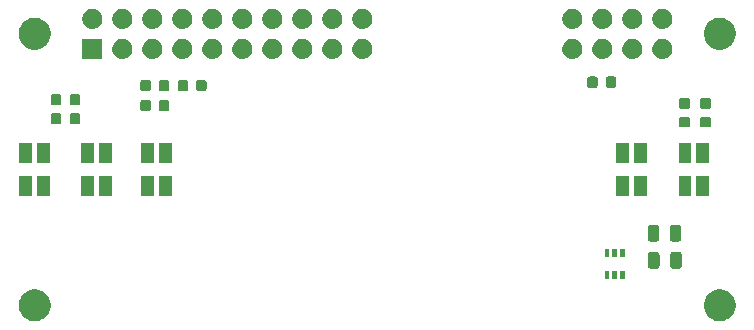
<source format=gts>
G04 #@! TF.GenerationSoftware,KiCad,Pcbnew,(5.1.0)-1*
G04 #@! TF.CreationDate,2019-03-23T08:53:22+11:00*
G04 #@! TF.ProjectId,VeinCamHatZero,5665696e-4361-46d4-9861-745a65726f2e,rev?*
G04 #@! TF.SameCoordinates,Original*
G04 #@! TF.FileFunction,Soldermask,Top*
G04 #@! TF.FilePolarity,Negative*
%FSLAX46Y46*%
G04 Gerber Fmt 4.6, Leading zero omitted, Abs format (unit mm)*
G04 Created by KiCad (PCBNEW (5.1.0)-1) date 2019-03-23 08:53:22*
%MOMM*%
%LPD*%
G04 APERTURE LIST*
%ADD10C,0.150000*%
G04 APERTURE END LIST*
D10*
G36*
X266893779Y-90201879D02*
G01*
X267139463Y-90303645D01*
X267139465Y-90303646D01*
X267360575Y-90451387D01*
X267548613Y-90639425D01*
X267548614Y-90639427D01*
X267696355Y-90860537D01*
X267798121Y-91106221D01*
X267850000Y-91367035D01*
X267850000Y-91632965D01*
X267798121Y-91893779D01*
X267696355Y-92139463D01*
X267696354Y-92139465D01*
X267548613Y-92360575D01*
X267360575Y-92548613D01*
X267139465Y-92696354D01*
X267139464Y-92696355D01*
X267139463Y-92696355D01*
X266893779Y-92798121D01*
X266632965Y-92850000D01*
X266367035Y-92850000D01*
X266106221Y-92798121D01*
X265860537Y-92696355D01*
X265860536Y-92696355D01*
X265860535Y-92696354D01*
X265639425Y-92548613D01*
X265451387Y-92360575D01*
X265303646Y-92139465D01*
X265303645Y-92139463D01*
X265201879Y-91893779D01*
X265150000Y-91632965D01*
X265150000Y-91367035D01*
X265201879Y-91106221D01*
X265303645Y-90860537D01*
X265451386Y-90639427D01*
X265451387Y-90639425D01*
X265639425Y-90451387D01*
X265860535Y-90303646D01*
X265860537Y-90303645D01*
X266106221Y-90201879D01*
X266367035Y-90150000D01*
X266632965Y-90150000D01*
X266893779Y-90201879D01*
X266893779Y-90201879D01*
G37*
G36*
X208893779Y-90201879D02*
G01*
X209139463Y-90303645D01*
X209139465Y-90303646D01*
X209360575Y-90451387D01*
X209548613Y-90639425D01*
X209548614Y-90639427D01*
X209696355Y-90860537D01*
X209798121Y-91106221D01*
X209850000Y-91367035D01*
X209850000Y-91632965D01*
X209798121Y-91893779D01*
X209696355Y-92139463D01*
X209696354Y-92139465D01*
X209548613Y-92360575D01*
X209360575Y-92548613D01*
X209139465Y-92696354D01*
X209139464Y-92696355D01*
X209139463Y-92696355D01*
X208893779Y-92798121D01*
X208632965Y-92850000D01*
X208367035Y-92850000D01*
X208106221Y-92798121D01*
X207860537Y-92696355D01*
X207860536Y-92696355D01*
X207860535Y-92696354D01*
X207639425Y-92548613D01*
X207451387Y-92360575D01*
X207303646Y-92139465D01*
X207303645Y-92139463D01*
X207201879Y-91893779D01*
X207150000Y-91632965D01*
X207150000Y-91367035D01*
X207201879Y-91106221D01*
X207303645Y-90860537D01*
X207451386Y-90639427D01*
X207451387Y-90639425D01*
X207639425Y-90451387D01*
X207860535Y-90303646D01*
X207860537Y-90303645D01*
X208106221Y-90201879D01*
X208367035Y-90150000D01*
X208632965Y-90150000D01*
X208893779Y-90201879D01*
X208893779Y-90201879D01*
G37*
G36*
X257800000Y-89275000D02*
G01*
X257400000Y-89275000D01*
X257400000Y-88625000D01*
X257800000Y-88625000D01*
X257800000Y-89275000D01*
X257800000Y-89275000D01*
G37*
G36*
X257150000Y-89275000D02*
G01*
X256750000Y-89275000D01*
X256750000Y-88625000D01*
X257150000Y-88625000D01*
X257150000Y-89275000D01*
X257150000Y-89275000D01*
G37*
G36*
X258450000Y-89275000D02*
G01*
X258050000Y-89275000D01*
X258050000Y-88625000D01*
X258450000Y-88625000D01*
X258450000Y-89275000D01*
X258450000Y-89275000D01*
G37*
G36*
X261218880Y-86994441D02*
G01*
X261259871Y-87006875D01*
X261297646Y-87027066D01*
X261330759Y-87054243D01*
X261357936Y-87087356D01*
X261378127Y-87125131D01*
X261390561Y-87166122D01*
X261395001Y-87211205D01*
X261395001Y-88168797D01*
X261390561Y-88213880D01*
X261378127Y-88254871D01*
X261357936Y-88292646D01*
X261330759Y-88325759D01*
X261297646Y-88352936D01*
X261259871Y-88373127D01*
X261218880Y-88385561D01*
X261173797Y-88390001D01*
X260641205Y-88390001D01*
X260596122Y-88385561D01*
X260555131Y-88373127D01*
X260517356Y-88352936D01*
X260484243Y-88325759D01*
X260457066Y-88292646D01*
X260436875Y-88254871D01*
X260424441Y-88213880D01*
X260420001Y-88168797D01*
X260420001Y-87211205D01*
X260424441Y-87166122D01*
X260436875Y-87125131D01*
X260457066Y-87087356D01*
X260484243Y-87054243D01*
X260517356Y-87027066D01*
X260555131Y-87006875D01*
X260596122Y-86994441D01*
X260641205Y-86990001D01*
X261173797Y-86990001D01*
X261218880Y-86994441D01*
X261218880Y-86994441D01*
G37*
G36*
X263093880Y-86994441D02*
G01*
X263134871Y-87006875D01*
X263172646Y-87027066D01*
X263205759Y-87054243D01*
X263232936Y-87087356D01*
X263253127Y-87125131D01*
X263265561Y-87166122D01*
X263270001Y-87211205D01*
X263270001Y-88168797D01*
X263265561Y-88213880D01*
X263253127Y-88254871D01*
X263232936Y-88292646D01*
X263205759Y-88325759D01*
X263172646Y-88352936D01*
X263134871Y-88373127D01*
X263093880Y-88385561D01*
X263048797Y-88390001D01*
X262516205Y-88390001D01*
X262471122Y-88385561D01*
X262430131Y-88373127D01*
X262392356Y-88352936D01*
X262359243Y-88325759D01*
X262332066Y-88292646D01*
X262311875Y-88254871D01*
X262299441Y-88213880D01*
X262295001Y-88168797D01*
X262295001Y-87211205D01*
X262299441Y-87166122D01*
X262311875Y-87125131D01*
X262332066Y-87087356D01*
X262359243Y-87054243D01*
X262392356Y-87027066D01*
X262430131Y-87006875D01*
X262471122Y-86994441D01*
X262516205Y-86990001D01*
X263048797Y-86990001D01*
X263093880Y-86994441D01*
X263093880Y-86994441D01*
G37*
G36*
X258450000Y-87375000D02*
G01*
X258050000Y-87375000D01*
X258050000Y-86725000D01*
X258450000Y-86725000D01*
X258450000Y-87375000D01*
X258450000Y-87375000D01*
G37*
G36*
X257800000Y-87375000D02*
G01*
X257400000Y-87375000D01*
X257400000Y-86725000D01*
X257800000Y-86725000D01*
X257800000Y-87375000D01*
X257800000Y-87375000D01*
G37*
G36*
X257150000Y-87375000D02*
G01*
X256750000Y-87375000D01*
X256750000Y-86725000D01*
X257150000Y-86725000D01*
X257150000Y-87375000D01*
X257150000Y-87375000D01*
G37*
G36*
X261173879Y-84704440D02*
G01*
X261214870Y-84716874D01*
X261252645Y-84737065D01*
X261285758Y-84764242D01*
X261312935Y-84797355D01*
X261333126Y-84835130D01*
X261345560Y-84876121D01*
X261350000Y-84921204D01*
X261350000Y-85878796D01*
X261345560Y-85923879D01*
X261333126Y-85964870D01*
X261312935Y-86002645D01*
X261285758Y-86035758D01*
X261252645Y-86062935D01*
X261214870Y-86083126D01*
X261173879Y-86095560D01*
X261128796Y-86100000D01*
X260596204Y-86100000D01*
X260551121Y-86095560D01*
X260510130Y-86083126D01*
X260472355Y-86062935D01*
X260439242Y-86035758D01*
X260412065Y-86002645D01*
X260391874Y-85964870D01*
X260379440Y-85923879D01*
X260375000Y-85878796D01*
X260375000Y-84921204D01*
X260379440Y-84876121D01*
X260391874Y-84835130D01*
X260412065Y-84797355D01*
X260439242Y-84764242D01*
X260472355Y-84737065D01*
X260510130Y-84716874D01*
X260551121Y-84704440D01*
X260596204Y-84700000D01*
X261128796Y-84700000D01*
X261173879Y-84704440D01*
X261173879Y-84704440D01*
G37*
G36*
X263048879Y-84704440D02*
G01*
X263089870Y-84716874D01*
X263127645Y-84737065D01*
X263160758Y-84764242D01*
X263187935Y-84797355D01*
X263208126Y-84835130D01*
X263220560Y-84876121D01*
X263225000Y-84921204D01*
X263225000Y-85878796D01*
X263220560Y-85923879D01*
X263208126Y-85964870D01*
X263187935Y-86002645D01*
X263160758Y-86035758D01*
X263127645Y-86062935D01*
X263089870Y-86083126D01*
X263048879Y-86095560D01*
X263003796Y-86100000D01*
X262471204Y-86100000D01*
X262426121Y-86095560D01*
X262385130Y-86083126D01*
X262347355Y-86062935D01*
X262314242Y-86035758D01*
X262287065Y-86002645D01*
X262266874Y-85964870D01*
X262254440Y-85923879D01*
X262250000Y-85878796D01*
X262250000Y-84921204D01*
X262254440Y-84876121D01*
X262266874Y-84835130D01*
X262287065Y-84797355D01*
X262314242Y-84764242D01*
X262347355Y-84737065D01*
X262385130Y-84716874D01*
X262426121Y-84704440D01*
X262471204Y-84700000D01*
X263003796Y-84700000D01*
X263048879Y-84704440D01*
X263048879Y-84704440D01*
G37*
G36*
X215000000Y-82250000D02*
G01*
X213900000Y-82250000D01*
X213900000Y-80550000D01*
X215000000Y-80550000D01*
X215000000Y-82250000D01*
X215000000Y-82250000D01*
G37*
G36*
X218600000Y-82250000D02*
G01*
X217500000Y-82250000D01*
X217500000Y-80550000D01*
X218600000Y-80550000D01*
X218600000Y-82250000D01*
X218600000Y-82250000D01*
G37*
G36*
X213500000Y-82250000D02*
G01*
X212400000Y-82250000D01*
X212400000Y-80550000D01*
X213500000Y-80550000D01*
X213500000Y-82250000D01*
X213500000Y-82250000D01*
G37*
G36*
X258800000Y-82250000D02*
G01*
X257700000Y-82250000D01*
X257700000Y-80550000D01*
X258800000Y-80550000D01*
X258800000Y-82250000D01*
X258800000Y-82250000D01*
G37*
G36*
X260300000Y-82250000D02*
G01*
X259200000Y-82250000D01*
X259200000Y-80550000D01*
X260300000Y-80550000D01*
X260300000Y-82250000D01*
X260300000Y-82250000D01*
G37*
G36*
X208300000Y-82250000D02*
G01*
X207200000Y-82250000D01*
X207200000Y-80550000D01*
X208300000Y-80550000D01*
X208300000Y-82250000D01*
X208300000Y-82250000D01*
G37*
G36*
X264100000Y-82250000D02*
G01*
X263000000Y-82250000D01*
X263000000Y-80550000D01*
X264100000Y-80550000D01*
X264100000Y-82250000D01*
X264100000Y-82250000D01*
G37*
G36*
X265600000Y-82250000D02*
G01*
X264500000Y-82250000D01*
X264500000Y-80550000D01*
X265600000Y-80550000D01*
X265600000Y-82250000D01*
X265600000Y-82250000D01*
G37*
G36*
X220100000Y-82250000D02*
G01*
X219000000Y-82250000D01*
X219000000Y-80550000D01*
X220100000Y-80550000D01*
X220100000Y-82250000D01*
X220100000Y-82250000D01*
G37*
G36*
X209800000Y-82250000D02*
G01*
X208700000Y-82250000D01*
X208700000Y-80550000D01*
X209800000Y-80550000D01*
X209800000Y-82250000D01*
X209800000Y-82250000D01*
G37*
G36*
X264100000Y-79450000D02*
G01*
X263000000Y-79450000D01*
X263000000Y-77750000D01*
X264100000Y-77750000D01*
X264100000Y-79450000D01*
X264100000Y-79450000D01*
G37*
G36*
X208300000Y-79450000D02*
G01*
X207200000Y-79450000D01*
X207200000Y-77750000D01*
X208300000Y-77750000D01*
X208300000Y-79450000D01*
X208300000Y-79450000D01*
G37*
G36*
X209800000Y-79450000D02*
G01*
X208700000Y-79450000D01*
X208700000Y-77750000D01*
X209800000Y-77750000D01*
X209800000Y-79450000D01*
X209800000Y-79450000D01*
G37*
G36*
X213500000Y-79450000D02*
G01*
X212400000Y-79450000D01*
X212400000Y-77750000D01*
X213500000Y-77750000D01*
X213500000Y-79450000D01*
X213500000Y-79450000D01*
G37*
G36*
X260300000Y-79450000D02*
G01*
X259200000Y-79450000D01*
X259200000Y-77750000D01*
X260300000Y-77750000D01*
X260300000Y-79450000D01*
X260300000Y-79450000D01*
G37*
G36*
X258800000Y-79450000D02*
G01*
X257700000Y-79450000D01*
X257700000Y-77750000D01*
X258800000Y-77750000D01*
X258800000Y-79450000D01*
X258800000Y-79450000D01*
G37*
G36*
X220100000Y-79450000D02*
G01*
X219000000Y-79450000D01*
X219000000Y-77750000D01*
X220100000Y-77750000D01*
X220100000Y-79450000D01*
X220100000Y-79450000D01*
G37*
G36*
X218600000Y-79450000D02*
G01*
X217500000Y-79450000D01*
X217500000Y-77750000D01*
X218600000Y-77750000D01*
X218600000Y-79450000D01*
X218600000Y-79450000D01*
G37*
G36*
X215000000Y-79450000D02*
G01*
X213900000Y-79450000D01*
X213900000Y-77750000D01*
X215000000Y-77750000D01*
X215000000Y-79450000D01*
X215000000Y-79450000D01*
G37*
G36*
X265600000Y-79450000D02*
G01*
X264500000Y-79450000D01*
X264500000Y-77750000D01*
X265600000Y-77750000D01*
X265600000Y-79450000D01*
X265600000Y-79450000D01*
G37*
G36*
X265619002Y-75553960D02*
G01*
X265655301Y-75564971D01*
X265688757Y-75582854D01*
X265718081Y-75606919D01*
X265742146Y-75636243D01*
X265760029Y-75669699D01*
X265771040Y-75705998D01*
X265775000Y-75746204D01*
X265775000Y-76228796D01*
X265771040Y-76269002D01*
X265760029Y-76305301D01*
X265742146Y-76338757D01*
X265718081Y-76368081D01*
X265688757Y-76392146D01*
X265655301Y-76410029D01*
X265619002Y-76421040D01*
X265578796Y-76425000D01*
X265021204Y-76425000D01*
X264980998Y-76421040D01*
X264944699Y-76410029D01*
X264911243Y-76392146D01*
X264881919Y-76368081D01*
X264857854Y-76338757D01*
X264839971Y-76305301D01*
X264828960Y-76269002D01*
X264825000Y-76228796D01*
X264825000Y-75746204D01*
X264828960Y-75705998D01*
X264839971Y-75669699D01*
X264857854Y-75636243D01*
X264881919Y-75606919D01*
X264911243Y-75582854D01*
X264944699Y-75564971D01*
X264980998Y-75553960D01*
X265021204Y-75550000D01*
X265578796Y-75550000D01*
X265619002Y-75553960D01*
X265619002Y-75553960D01*
G37*
G36*
X263819002Y-75553960D02*
G01*
X263855301Y-75564971D01*
X263888757Y-75582854D01*
X263918081Y-75606919D01*
X263942146Y-75636243D01*
X263960029Y-75669699D01*
X263971040Y-75705998D01*
X263975000Y-75746204D01*
X263975000Y-76228796D01*
X263971040Y-76269002D01*
X263960029Y-76305301D01*
X263942146Y-76338757D01*
X263918081Y-76368081D01*
X263888757Y-76392146D01*
X263855301Y-76410029D01*
X263819002Y-76421040D01*
X263778796Y-76425000D01*
X263221204Y-76425000D01*
X263180998Y-76421040D01*
X263144699Y-76410029D01*
X263111243Y-76392146D01*
X263081919Y-76368081D01*
X263057854Y-76338757D01*
X263039971Y-76305301D01*
X263028960Y-76269002D01*
X263025000Y-76228796D01*
X263025000Y-75746204D01*
X263028960Y-75705998D01*
X263039971Y-75669699D01*
X263057854Y-75636243D01*
X263081919Y-75606919D01*
X263111243Y-75582854D01*
X263144699Y-75564971D01*
X263180998Y-75553960D01*
X263221204Y-75550000D01*
X263778796Y-75550000D01*
X263819002Y-75553960D01*
X263819002Y-75553960D01*
G37*
G36*
X210594002Y-75228960D02*
G01*
X210630301Y-75239971D01*
X210663757Y-75257854D01*
X210693081Y-75281919D01*
X210717146Y-75311243D01*
X210735029Y-75344699D01*
X210746040Y-75380998D01*
X210750000Y-75421204D01*
X210750000Y-75978796D01*
X210746040Y-76019002D01*
X210735029Y-76055301D01*
X210717146Y-76088757D01*
X210693081Y-76118081D01*
X210663757Y-76142146D01*
X210630301Y-76160029D01*
X210594002Y-76171040D01*
X210553796Y-76175000D01*
X210071204Y-76175000D01*
X210030998Y-76171040D01*
X209994699Y-76160029D01*
X209961243Y-76142146D01*
X209931919Y-76118081D01*
X209907854Y-76088757D01*
X209889971Y-76055301D01*
X209878960Y-76019002D01*
X209875000Y-75978796D01*
X209875000Y-75421204D01*
X209878960Y-75380998D01*
X209889971Y-75344699D01*
X209907854Y-75311243D01*
X209931919Y-75281919D01*
X209961243Y-75257854D01*
X209994699Y-75239971D01*
X210030998Y-75228960D01*
X210071204Y-75225000D01*
X210553796Y-75225000D01*
X210594002Y-75228960D01*
X210594002Y-75228960D01*
G37*
G36*
X212169002Y-75228960D02*
G01*
X212205301Y-75239971D01*
X212238757Y-75257854D01*
X212268081Y-75281919D01*
X212292146Y-75311243D01*
X212310029Y-75344699D01*
X212321040Y-75380998D01*
X212325000Y-75421204D01*
X212325000Y-75978796D01*
X212321040Y-76019002D01*
X212310029Y-76055301D01*
X212292146Y-76088757D01*
X212268081Y-76118081D01*
X212238757Y-76142146D01*
X212205301Y-76160029D01*
X212169002Y-76171040D01*
X212128796Y-76175000D01*
X211646204Y-76175000D01*
X211605998Y-76171040D01*
X211569699Y-76160029D01*
X211536243Y-76142146D01*
X211506919Y-76118081D01*
X211482854Y-76088757D01*
X211464971Y-76055301D01*
X211453960Y-76019002D01*
X211450000Y-75978796D01*
X211450000Y-75421204D01*
X211453960Y-75380998D01*
X211464971Y-75344699D01*
X211482854Y-75311243D01*
X211506919Y-75281919D01*
X211536243Y-75257854D01*
X211569699Y-75239971D01*
X211605998Y-75228960D01*
X211646204Y-75225000D01*
X212128796Y-75225000D01*
X212169002Y-75228960D01*
X212169002Y-75228960D01*
G37*
G36*
X219730103Y-74128960D02*
G01*
X219766402Y-74139971D01*
X219799858Y-74157854D01*
X219829182Y-74181919D01*
X219853247Y-74211243D01*
X219871130Y-74244699D01*
X219882141Y-74280998D01*
X219886101Y-74321204D01*
X219886101Y-74878796D01*
X219882141Y-74919002D01*
X219871130Y-74955301D01*
X219853247Y-74988757D01*
X219829182Y-75018081D01*
X219799858Y-75042146D01*
X219766402Y-75060029D01*
X219730103Y-75071040D01*
X219689897Y-75075000D01*
X219207305Y-75075000D01*
X219167099Y-75071040D01*
X219130800Y-75060029D01*
X219097344Y-75042146D01*
X219068020Y-75018081D01*
X219043955Y-74988757D01*
X219026072Y-74955301D01*
X219015061Y-74919002D01*
X219011101Y-74878796D01*
X219011101Y-74321204D01*
X219015061Y-74280998D01*
X219026072Y-74244699D01*
X219043955Y-74211243D01*
X219068020Y-74181919D01*
X219097344Y-74157854D01*
X219130800Y-74139971D01*
X219167099Y-74128960D01*
X219207305Y-74125000D01*
X219689897Y-74125000D01*
X219730103Y-74128960D01*
X219730103Y-74128960D01*
G37*
G36*
X218155103Y-74128960D02*
G01*
X218191402Y-74139971D01*
X218224858Y-74157854D01*
X218254182Y-74181919D01*
X218278247Y-74211243D01*
X218296130Y-74244699D01*
X218307141Y-74280998D01*
X218311101Y-74321204D01*
X218311101Y-74878796D01*
X218307141Y-74919002D01*
X218296130Y-74955301D01*
X218278247Y-74988757D01*
X218254182Y-75018081D01*
X218224858Y-75042146D01*
X218191402Y-75060029D01*
X218155103Y-75071040D01*
X218114897Y-75075000D01*
X217632305Y-75075000D01*
X217592099Y-75071040D01*
X217555800Y-75060029D01*
X217522344Y-75042146D01*
X217493020Y-75018081D01*
X217468955Y-74988757D01*
X217451072Y-74955301D01*
X217440061Y-74919002D01*
X217436101Y-74878796D01*
X217436101Y-74321204D01*
X217440061Y-74280998D01*
X217451072Y-74244699D01*
X217468955Y-74211243D01*
X217493020Y-74181919D01*
X217522344Y-74157854D01*
X217555800Y-74139971D01*
X217592099Y-74128960D01*
X217632305Y-74125000D01*
X218114897Y-74125000D01*
X218155103Y-74128960D01*
X218155103Y-74128960D01*
G37*
G36*
X265619002Y-73978960D02*
G01*
X265655301Y-73989971D01*
X265688757Y-74007854D01*
X265718081Y-74031919D01*
X265742146Y-74061243D01*
X265760029Y-74094699D01*
X265771040Y-74130998D01*
X265775000Y-74171204D01*
X265775000Y-74653796D01*
X265771040Y-74694002D01*
X265760029Y-74730301D01*
X265742146Y-74763757D01*
X265718081Y-74793081D01*
X265688757Y-74817146D01*
X265655301Y-74835029D01*
X265619002Y-74846040D01*
X265578796Y-74850000D01*
X265021204Y-74850000D01*
X264980998Y-74846040D01*
X264944699Y-74835029D01*
X264911243Y-74817146D01*
X264881919Y-74793081D01*
X264857854Y-74763757D01*
X264839971Y-74730301D01*
X264828960Y-74694002D01*
X264825000Y-74653796D01*
X264825000Y-74171204D01*
X264828960Y-74130998D01*
X264839971Y-74094699D01*
X264857854Y-74061243D01*
X264881919Y-74031919D01*
X264911243Y-74007854D01*
X264944699Y-73989971D01*
X264980998Y-73978960D01*
X265021204Y-73975000D01*
X265578796Y-73975000D01*
X265619002Y-73978960D01*
X265619002Y-73978960D01*
G37*
G36*
X263819002Y-73978960D02*
G01*
X263855301Y-73989971D01*
X263888757Y-74007854D01*
X263918081Y-74031919D01*
X263942146Y-74061243D01*
X263960029Y-74094699D01*
X263971040Y-74130998D01*
X263975000Y-74171204D01*
X263975000Y-74653796D01*
X263971040Y-74694002D01*
X263960029Y-74730301D01*
X263942146Y-74763757D01*
X263918081Y-74793081D01*
X263888757Y-74817146D01*
X263855301Y-74835029D01*
X263819002Y-74846040D01*
X263778796Y-74850000D01*
X263221204Y-74850000D01*
X263180998Y-74846040D01*
X263144699Y-74835029D01*
X263111243Y-74817146D01*
X263081919Y-74793081D01*
X263057854Y-74763757D01*
X263039971Y-74730301D01*
X263028960Y-74694002D01*
X263025000Y-74653796D01*
X263025000Y-74171204D01*
X263028960Y-74130998D01*
X263039971Y-74094699D01*
X263057854Y-74061243D01*
X263081919Y-74031919D01*
X263111243Y-74007854D01*
X263144699Y-73989971D01*
X263180998Y-73978960D01*
X263221204Y-73975000D01*
X263778796Y-73975000D01*
X263819002Y-73978960D01*
X263819002Y-73978960D01*
G37*
G36*
X212169002Y-73628960D02*
G01*
X212205301Y-73639971D01*
X212238757Y-73657854D01*
X212268081Y-73681919D01*
X212292146Y-73711243D01*
X212310029Y-73744699D01*
X212321040Y-73780998D01*
X212325000Y-73821204D01*
X212325000Y-74378796D01*
X212321040Y-74419002D01*
X212310029Y-74455301D01*
X212292146Y-74488757D01*
X212268081Y-74518081D01*
X212238757Y-74542146D01*
X212205301Y-74560029D01*
X212169002Y-74571040D01*
X212128796Y-74575000D01*
X211646204Y-74575000D01*
X211605998Y-74571040D01*
X211569699Y-74560029D01*
X211536243Y-74542146D01*
X211506919Y-74518081D01*
X211482854Y-74488757D01*
X211464971Y-74455301D01*
X211453960Y-74419002D01*
X211450000Y-74378796D01*
X211450000Y-73821204D01*
X211453960Y-73780998D01*
X211464971Y-73744699D01*
X211482854Y-73711243D01*
X211506919Y-73681919D01*
X211536243Y-73657854D01*
X211569699Y-73639971D01*
X211605998Y-73628960D01*
X211646204Y-73625000D01*
X212128796Y-73625000D01*
X212169002Y-73628960D01*
X212169002Y-73628960D01*
G37*
G36*
X210594002Y-73628960D02*
G01*
X210630301Y-73639971D01*
X210663757Y-73657854D01*
X210693081Y-73681919D01*
X210717146Y-73711243D01*
X210735029Y-73744699D01*
X210746040Y-73780998D01*
X210750000Y-73821204D01*
X210750000Y-74378796D01*
X210746040Y-74419002D01*
X210735029Y-74455301D01*
X210717146Y-74488757D01*
X210693081Y-74518081D01*
X210663757Y-74542146D01*
X210630301Y-74560029D01*
X210594002Y-74571040D01*
X210553796Y-74575000D01*
X210071204Y-74575000D01*
X210030998Y-74571040D01*
X209994699Y-74560029D01*
X209961243Y-74542146D01*
X209931919Y-74518081D01*
X209907854Y-74488757D01*
X209889971Y-74455301D01*
X209878960Y-74419002D01*
X209875000Y-74378796D01*
X209875000Y-73821204D01*
X209878960Y-73780998D01*
X209889971Y-73744699D01*
X209907854Y-73711243D01*
X209931919Y-73681919D01*
X209961243Y-73657854D01*
X209994699Y-73639971D01*
X210030998Y-73628960D01*
X210071204Y-73625000D01*
X210553796Y-73625000D01*
X210594002Y-73628960D01*
X210594002Y-73628960D01*
G37*
G36*
X218155103Y-72428960D02*
G01*
X218191402Y-72439971D01*
X218224858Y-72457854D01*
X218254182Y-72481919D01*
X218278247Y-72511243D01*
X218296130Y-72544699D01*
X218307141Y-72580998D01*
X218311101Y-72621204D01*
X218311101Y-73178796D01*
X218307141Y-73219002D01*
X218296130Y-73255301D01*
X218278247Y-73288757D01*
X218254182Y-73318081D01*
X218224858Y-73342146D01*
X218191402Y-73360029D01*
X218155103Y-73371040D01*
X218114897Y-73375000D01*
X217632305Y-73375000D01*
X217592099Y-73371040D01*
X217555800Y-73360029D01*
X217522344Y-73342146D01*
X217493020Y-73318081D01*
X217468955Y-73288757D01*
X217451072Y-73255301D01*
X217440061Y-73219002D01*
X217436101Y-73178796D01*
X217436101Y-72621204D01*
X217440061Y-72580998D01*
X217451072Y-72544699D01*
X217468955Y-72511243D01*
X217493020Y-72481919D01*
X217522344Y-72457854D01*
X217555800Y-72439971D01*
X217592099Y-72428960D01*
X217632305Y-72425000D01*
X218114897Y-72425000D01*
X218155103Y-72428960D01*
X218155103Y-72428960D01*
G37*
G36*
X219730103Y-72428960D02*
G01*
X219766402Y-72439971D01*
X219799858Y-72457854D01*
X219829182Y-72481919D01*
X219853247Y-72511243D01*
X219871130Y-72544699D01*
X219882141Y-72580998D01*
X219886101Y-72621204D01*
X219886101Y-73178796D01*
X219882141Y-73219002D01*
X219871130Y-73255301D01*
X219853247Y-73288757D01*
X219829182Y-73318081D01*
X219799858Y-73342146D01*
X219766402Y-73360029D01*
X219730103Y-73371040D01*
X219689897Y-73375000D01*
X219207305Y-73375000D01*
X219167099Y-73371040D01*
X219130800Y-73360029D01*
X219097344Y-73342146D01*
X219068020Y-73318081D01*
X219043955Y-73288757D01*
X219026072Y-73255301D01*
X219015061Y-73219002D01*
X219011101Y-73178796D01*
X219011101Y-72621204D01*
X219015061Y-72580998D01*
X219026072Y-72544699D01*
X219043955Y-72511243D01*
X219068020Y-72481919D01*
X219097344Y-72457854D01*
X219130800Y-72439971D01*
X219167099Y-72428960D01*
X219207305Y-72425000D01*
X219689897Y-72425000D01*
X219730103Y-72428960D01*
X219730103Y-72428960D01*
G37*
G36*
X222881502Y-72428960D02*
G01*
X222917801Y-72439971D01*
X222951257Y-72457854D01*
X222980581Y-72481919D01*
X223004646Y-72511243D01*
X223022529Y-72544699D01*
X223033540Y-72580998D01*
X223037500Y-72621204D01*
X223037500Y-73178796D01*
X223033540Y-73219002D01*
X223022529Y-73255301D01*
X223004646Y-73288757D01*
X222980581Y-73318081D01*
X222951257Y-73342146D01*
X222917801Y-73360029D01*
X222881502Y-73371040D01*
X222841296Y-73375000D01*
X222358704Y-73375000D01*
X222318498Y-73371040D01*
X222282199Y-73360029D01*
X222248743Y-73342146D01*
X222219419Y-73318081D01*
X222195354Y-73288757D01*
X222177471Y-73255301D01*
X222166460Y-73219002D01*
X222162500Y-73178796D01*
X222162500Y-72621204D01*
X222166460Y-72580998D01*
X222177471Y-72544699D01*
X222195354Y-72511243D01*
X222219419Y-72481919D01*
X222248743Y-72457854D01*
X222282199Y-72439971D01*
X222318498Y-72428960D01*
X222358704Y-72425000D01*
X222841296Y-72425000D01*
X222881502Y-72428960D01*
X222881502Y-72428960D01*
G37*
G36*
X221306502Y-72428960D02*
G01*
X221342801Y-72439971D01*
X221376257Y-72457854D01*
X221405581Y-72481919D01*
X221429646Y-72511243D01*
X221447529Y-72544699D01*
X221458540Y-72580998D01*
X221462500Y-72621204D01*
X221462500Y-73178796D01*
X221458540Y-73219002D01*
X221447529Y-73255301D01*
X221429646Y-73288757D01*
X221405581Y-73318081D01*
X221376257Y-73342146D01*
X221342801Y-73360029D01*
X221306502Y-73371040D01*
X221266296Y-73375000D01*
X220783704Y-73375000D01*
X220743498Y-73371040D01*
X220707199Y-73360029D01*
X220673743Y-73342146D01*
X220644419Y-73318081D01*
X220620354Y-73288757D01*
X220602471Y-73255301D01*
X220591460Y-73219002D01*
X220587500Y-73178796D01*
X220587500Y-72621204D01*
X220591460Y-72580998D01*
X220602471Y-72544699D01*
X220620354Y-72511243D01*
X220644419Y-72481919D01*
X220673743Y-72457854D01*
X220707199Y-72439971D01*
X220743498Y-72428960D01*
X220783704Y-72425000D01*
X221266296Y-72425000D01*
X221306502Y-72428960D01*
X221306502Y-72428960D01*
G37*
G36*
X257569002Y-72128960D02*
G01*
X257605301Y-72139971D01*
X257638757Y-72157854D01*
X257668081Y-72181919D01*
X257692146Y-72211243D01*
X257710029Y-72244699D01*
X257721040Y-72280998D01*
X257725000Y-72321204D01*
X257725000Y-72878796D01*
X257721040Y-72919002D01*
X257710029Y-72955301D01*
X257692146Y-72988757D01*
X257668081Y-73018081D01*
X257638757Y-73042146D01*
X257605301Y-73060029D01*
X257569002Y-73071040D01*
X257528796Y-73075000D01*
X257046204Y-73075000D01*
X257005998Y-73071040D01*
X256969699Y-73060029D01*
X256936243Y-73042146D01*
X256906919Y-73018081D01*
X256882854Y-72988757D01*
X256864971Y-72955301D01*
X256853960Y-72919002D01*
X256850000Y-72878796D01*
X256850000Y-72321204D01*
X256853960Y-72280998D01*
X256864971Y-72244699D01*
X256882854Y-72211243D01*
X256906919Y-72181919D01*
X256936243Y-72157854D01*
X256969699Y-72139971D01*
X257005998Y-72128960D01*
X257046204Y-72125000D01*
X257528796Y-72125000D01*
X257569002Y-72128960D01*
X257569002Y-72128960D01*
G37*
G36*
X255994002Y-72128960D02*
G01*
X256030301Y-72139971D01*
X256063757Y-72157854D01*
X256093081Y-72181919D01*
X256117146Y-72211243D01*
X256135029Y-72244699D01*
X256146040Y-72280998D01*
X256150000Y-72321204D01*
X256150000Y-72878796D01*
X256146040Y-72919002D01*
X256135029Y-72955301D01*
X256117146Y-72988757D01*
X256093081Y-73018081D01*
X256063757Y-73042146D01*
X256030301Y-73060029D01*
X255994002Y-73071040D01*
X255953796Y-73075000D01*
X255471204Y-73075000D01*
X255430998Y-73071040D01*
X255394699Y-73060029D01*
X255361243Y-73042146D01*
X255331919Y-73018081D01*
X255307854Y-72988757D01*
X255289971Y-72955301D01*
X255278960Y-72919002D01*
X255275000Y-72878796D01*
X255275000Y-72321204D01*
X255278960Y-72280998D01*
X255289971Y-72244699D01*
X255307854Y-72211243D01*
X255331919Y-72181919D01*
X255361243Y-72157854D01*
X255394699Y-72139971D01*
X255430998Y-72128960D01*
X255471204Y-72125000D01*
X255953796Y-72125000D01*
X255994002Y-72128960D01*
X255994002Y-72128960D01*
G37*
G36*
X259256629Y-68932299D02*
G01*
X259351066Y-68960946D01*
X259416855Y-68980903D01*
X259452452Y-68999930D01*
X259564518Y-69059830D01*
X259693948Y-69166052D01*
X259800170Y-69295482D01*
X259834961Y-69360573D01*
X259879097Y-69443145D01*
X259899054Y-69508934D01*
X259927701Y-69603371D01*
X259944112Y-69770000D01*
X259927701Y-69936629D01*
X259899054Y-70031066D01*
X259879097Y-70096855D01*
X259879096Y-70096856D01*
X259800170Y-70244518D01*
X259693948Y-70373948D01*
X259564518Y-70480170D01*
X259452452Y-70540070D01*
X259416855Y-70559097D01*
X259351066Y-70579054D01*
X259256629Y-70607701D01*
X259131753Y-70620000D01*
X259048247Y-70620000D01*
X258923371Y-70607701D01*
X258828934Y-70579054D01*
X258763145Y-70559097D01*
X258727548Y-70540070D01*
X258615482Y-70480170D01*
X258486052Y-70373948D01*
X258379830Y-70244518D01*
X258300904Y-70096856D01*
X258300903Y-70096855D01*
X258280946Y-70031066D01*
X258252299Y-69936629D01*
X258235888Y-69770000D01*
X258252299Y-69603371D01*
X258280946Y-69508934D01*
X258300903Y-69443145D01*
X258345039Y-69360573D01*
X258379830Y-69295482D01*
X258486052Y-69166052D01*
X258615482Y-69059830D01*
X258727548Y-68999930D01*
X258763145Y-68980903D01*
X258828934Y-68960946D01*
X258923371Y-68932299D01*
X259048247Y-68920000D01*
X259131753Y-68920000D01*
X259256629Y-68932299D01*
X259256629Y-68932299D01*
G37*
G36*
X254176629Y-68932299D02*
G01*
X254271066Y-68960946D01*
X254336855Y-68980903D01*
X254372452Y-68999930D01*
X254484518Y-69059830D01*
X254613948Y-69166052D01*
X254720170Y-69295482D01*
X254754961Y-69360573D01*
X254799097Y-69443145D01*
X254819054Y-69508934D01*
X254847701Y-69603371D01*
X254864112Y-69770000D01*
X254847701Y-69936629D01*
X254819054Y-70031066D01*
X254799097Y-70096855D01*
X254799096Y-70096856D01*
X254720170Y-70244518D01*
X254613948Y-70373948D01*
X254484518Y-70480170D01*
X254372452Y-70540070D01*
X254336855Y-70559097D01*
X254271066Y-70579054D01*
X254176629Y-70607701D01*
X254051753Y-70620000D01*
X253968247Y-70620000D01*
X253843371Y-70607701D01*
X253748934Y-70579054D01*
X253683145Y-70559097D01*
X253647548Y-70540070D01*
X253535482Y-70480170D01*
X253406052Y-70373948D01*
X253299830Y-70244518D01*
X253220904Y-70096856D01*
X253220903Y-70096855D01*
X253200946Y-70031066D01*
X253172299Y-69936629D01*
X253155888Y-69770000D01*
X253172299Y-69603371D01*
X253200946Y-69508934D01*
X253220903Y-69443145D01*
X253265039Y-69360573D01*
X253299830Y-69295482D01*
X253406052Y-69166052D01*
X253535482Y-69059830D01*
X253647548Y-68999930D01*
X253683145Y-68980903D01*
X253748934Y-68960946D01*
X253843371Y-68932299D01*
X253968247Y-68920000D01*
X254051753Y-68920000D01*
X254176629Y-68932299D01*
X254176629Y-68932299D01*
G37*
G36*
X256716629Y-68932299D02*
G01*
X256811066Y-68960946D01*
X256876855Y-68980903D01*
X256912452Y-68999930D01*
X257024518Y-69059830D01*
X257153948Y-69166052D01*
X257260170Y-69295482D01*
X257294961Y-69360573D01*
X257339097Y-69443145D01*
X257359054Y-69508934D01*
X257387701Y-69603371D01*
X257404112Y-69770000D01*
X257387701Y-69936629D01*
X257359054Y-70031066D01*
X257339097Y-70096855D01*
X257339096Y-70096856D01*
X257260170Y-70244518D01*
X257153948Y-70373948D01*
X257024518Y-70480170D01*
X256912452Y-70540070D01*
X256876855Y-70559097D01*
X256811066Y-70579054D01*
X256716629Y-70607701D01*
X256591753Y-70620000D01*
X256508247Y-70620000D01*
X256383371Y-70607701D01*
X256288934Y-70579054D01*
X256223145Y-70559097D01*
X256187548Y-70540070D01*
X256075482Y-70480170D01*
X255946052Y-70373948D01*
X255839830Y-70244518D01*
X255760904Y-70096856D01*
X255760903Y-70096855D01*
X255740946Y-70031066D01*
X255712299Y-69936629D01*
X255695888Y-69770000D01*
X255712299Y-69603371D01*
X255740946Y-69508934D01*
X255760903Y-69443145D01*
X255805039Y-69360573D01*
X255839830Y-69295482D01*
X255946052Y-69166052D01*
X256075482Y-69059830D01*
X256187548Y-68999930D01*
X256223145Y-68980903D01*
X256288934Y-68960946D01*
X256383371Y-68932299D01*
X256508247Y-68920000D01*
X256591753Y-68920000D01*
X256716629Y-68932299D01*
X256716629Y-68932299D01*
G37*
G36*
X236396629Y-68932299D02*
G01*
X236491066Y-68960946D01*
X236556855Y-68980903D01*
X236592452Y-68999930D01*
X236704518Y-69059830D01*
X236833948Y-69166052D01*
X236940170Y-69295482D01*
X236974961Y-69360573D01*
X237019097Y-69443145D01*
X237039054Y-69508934D01*
X237067701Y-69603371D01*
X237084112Y-69770000D01*
X237067701Y-69936629D01*
X237039054Y-70031066D01*
X237019097Y-70096855D01*
X237019096Y-70096856D01*
X236940170Y-70244518D01*
X236833948Y-70373948D01*
X236704518Y-70480170D01*
X236592452Y-70540070D01*
X236556855Y-70559097D01*
X236491066Y-70579054D01*
X236396629Y-70607701D01*
X236271753Y-70620000D01*
X236188247Y-70620000D01*
X236063371Y-70607701D01*
X235968934Y-70579054D01*
X235903145Y-70559097D01*
X235867548Y-70540070D01*
X235755482Y-70480170D01*
X235626052Y-70373948D01*
X235519830Y-70244518D01*
X235440904Y-70096856D01*
X235440903Y-70096855D01*
X235420946Y-70031066D01*
X235392299Y-69936629D01*
X235375888Y-69770000D01*
X235392299Y-69603371D01*
X235420946Y-69508934D01*
X235440903Y-69443145D01*
X235485039Y-69360573D01*
X235519830Y-69295482D01*
X235626052Y-69166052D01*
X235755482Y-69059830D01*
X235867548Y-68999930D01*
X235903145Y-68980903D01*
X235968934Y-68960946D01*
X236063371Y-68932299D01*
X236188247Y-68920000D01*
X236271753Y-68920000D01*
X236396629Y-68932299D01*
X236396629Y-68932299D01*
G37*
G36*
X261796629Y-68932299D02*
G01*
X261891066Y-68960946D01*
X261956855Y-68980903D01*
X261992452Y-68999930D01*
X262104518Y-69059830D01*
X262233948Y-69166052D01*
X262340170Y-69295482D01*
X262374961Y-69360573D01*
X262419097Y-69443145D01*
X262439054Y-69508934D01*
X262467701Y-69603371D01*
X262484112Y-69770000D01*
X262467701Y-69936629D01*
X262439054Y-70031066D01*
X262419097Y-70096855D01*
X262419096Y-70096856D01*
X262340170Y-70244518D01*
X262233948Y-70373948D01*
X262104518Y-70480170D01*
X261992452Y-70540070D01*
X261956855Y-70559097D01*
X261891066Y-70579054D01*
X261796629Y-70607701D01*
X261671753Y-70620000D01*
X261588247Y-70620000D01*
X261463371Y-70607701D01*
X261368934Y-70579054D01*
X261303145Y-70559097D01*
X261267548Y-70540070D01*
X261155482Y-70480170D01*
X261026052Y-70373948D01*
X260919830Y-70244518D01*
X260840904Y-70096856D01*
X260840903Y-70096855D01*
X260820946Y-70031066D01*
X260792299Y-69936629D01*
X260775888Y-69770000D01*
X260792299Y-69603371D01*
X260820946Y-69508934D01*
X260840903Y-69443145D01*
X260885039Y-69360573D01*
X260919830Y-69295482D01*
X261026052Y-69166052D01*
X261155482Y-69059830D01*
X261267548Y-68999930D01*
X261303145Y-68980903D01*
X261368934Y-68960946D01*
X261463371Y-68932299D01*
X261588247Y-68920000D01*
X261671753Y-68920000D01*
X261796629Y-68932299D01*
X261796629Y-68932299D01*
G37*
G36*
X233856629Y-68932299D02*
G01*
X233951066Y-68960946D01*
X234016855Y-68980903D01*
X234052452Y-68999930D01*
X234164518Y-69059830D01*
X234293948Y-69166052D01*
X234400170Y-69295482D01*
X234434961Y-69360573D01*
X234479097Y-69443145D01*
X234499054Y-69508934D01*
X234527701Y-69603371D01*
X234544112Y-69770000D01*
X234527701Y-69936629D01*
X234499054Y-70031066D01*
X234479097Y-70096855D01*
X234479096Y-70096856D01*
X234400170Y-70244518D01*
X234293948Y-70373948D01*
X234164518Y-70480170D01*
X234052452Y-70540070D01*
X234016855Y-70559097D01*
X233951066Y-70579054D01*
X233856629Y-70607701D01*
X233731753Y-70620000D01*
X233648247Y-70620000D01*
X233523371Y-70607701D01*
X233428934Y-70579054D01*
X233363145Y-70559097D01*
X233327548Y-70540070D01*
X233215482Y-70480170D01*
X233086052Y-70373948D01*
X232979830Y-70244518D01*
X232900904Y-70096856D01*
X232900903Y-70096855D01*
X232880946Y-70031066D01*
X232852299Y-69936629D01*
X232835888Y-69770000D01*
X232852299Y-69603371D01*
X232880946Y-69508934D01*
X232900903Y-69443145D01*
X232945039Y-69360573D01*
X232979830Y-69295482D01*
X233086052Y-69166052D01*
X233215482Y-69059830D01*
X233327548Y-68999930D01*
X233363145Y-68980903D01*
X233428934Y-68960946D01*
X233523371Y-68932299D01*
X233648247Y-68920000D01*
X233731753Y-68920000D01*
X233856629Y-68932299D01*
X233856629Y-68932299D01*
G37*
G36*
X231316629Y-68932299D02*
G01*
X231411066Y-68960946D01*
X231476855Y-68980903D01*
X231512452Y-68999930D01*
X231624518Y-69059830D01*
X231753948Y-69166052D01*
X231860170Y-69295482D01*
X231894961Y-69360573D01*
X231939097Y-69443145D01*
X231959054Y-69508934D01*
X231987701Y-69603371D01*
X232004112Y-69770000D01*
X231987701Y-69936629D01*
X231959054Y-70031066D01*
X231939097Y-70096855D01*
X231939096Y-70096856D01*
X231860170Y-70244518D01*
X231753948Y-70373948D01*
X231624518Y-70480170D01*
X231512452Y-70540070D01*
X231476855Y-70559097D01*
X231411066Y-70579054D01*
X231316629Y-70607701D01*
X231191753Y-70620000D01*
X231108247Y-70620000D01*
X230983371Y-70607701D01*
X230888934Y-70579054D01*
X230823145Y-70559097D01*
X230787548Y-70540070D01*
X230675482Y-70480170D01*
X230546052Y-70373948D01*
X230439830Y-70244518D01*
X230360904Y-70096856D01*
X230360903Y-70096855D01*
X230340946Y-70031066D01*
X230312299Y-69936629D01*
X230295888Y-69770000D01*
X230312299Y-69603371D01*
X230340946Y-69508934D01*
X230360903Y-69443145D01*
X230405039Y-69360573D01*
X230439830Y-69295482D01*
X230546052Y-69166052D01*
X230675482Y-69059830D01*
X230787548Y-68999930D01*
X230823145Y-68980903D01*
X230888934Y-68960946D01*
X230983371Y-68932299D01*
X231108247Y-68920000D01*
X231191753Y-68920000D01*
X231316629Y-68932299D01*
X231316629Y-68932299D01*
G37*
G36*
X221156629Y-68932299D02*
G01*
X221251066Y-68960946D01*
X221316855Y-68980903D01*
X221352452Y-68999930D01*
X221464518Y-69059830D01*
X221593948Y-69166052D01*
X221700170Y-69295482D01*
X221734961Y-69360573D01*
X221779097Y-69443145D01*
X221799054Y-69508934D01*
X221827701Y-69603371D01*
X221844112Y-69770000D01*
X221827701Y-69936629D01*
X221799054Y-70031066D01*
X221779097Y-70096855D01*
X221779096Y-70096856D01*
X221700170Y-70244518D01*
X221593948Y-70373948D01*
X221464518Y-70480170D01*
X221352452Y-70540070D01*
X221316855Y-70559097D01*
X221251066Y-70579054D01*
X221156629Y-70607701D01*
X221031753Y-70620000D01*
X220948247Y-70620000D01*
X220823371Y-70607701D01*
X220728934Y-70579054D01*
X220663145Y-70559097D01*
X220627548Y-70540070D01*
X220515482Y-70480170D01*
X220386052Y-70373948D01*
X220279830Y-70244518D01*
X220200904Y-70096856D01*
X220200903Y-70096855D01*
X220180946Y-70031066D01*
X220152299Y-69936629D01*
X220135888Y-69770000D01*
X220152299Y-69603371D01*
X220180946Y-69508934D01*
X220200903Y-69443145D01*
X220245039Y-69360573D01*
X220279830Y-69295482D01*
X220386052Y-69166052D01*
X220515482Y-69059830D01*
X220627548Y-68999930D01*
X220663145Y-68980903D01*
X220728934Y-68960946D01*
X220823371Y-68932299D01*
X220948247Y-68920000D01*
X221031753Y-68920000D01*
X221156629Y-68932299D01*
X221156629Y-68932299D01*
G37*
G36*
X218616629Y-68932299D02*
G01*
X218711066Y-68960946D01*
X218776855Y-68980903D01*
X218812452Y-68999930D01*
X218924518Y-69059830D01*
X219053948Y-69166052D01*
X219160170Y-69295482D01*
X219194961Y-69360573D01*
X219239097Y-69443145D01*
X219259054Y-69508934D01*
X219287701Y-69603371D01*
X219304112Y-69770000D01*
X219287701Y-69936629D01*
X219259054Y-70031066D01*
X219239097Y-70096855D01*
X219239096Y-70096856D01*
X219160170Y-70244518D01*
X219053948Y-70373948D01*
X218924518Y-70480170D01*
X218812452Y-70540070D01*
X218776855Y-70559097D01*
X218711066Y-70579054D01*
X218616629Y-70607701D01*
X218491753Y-70620000D01*
X218408247Y-70620000D01*
X218283371Y-70607701D01*
X218188934Y-70579054D01*
X218123145Y-70559097D01*
X218087548Y-70540070D01*
X217975482Y-70480170D01*
X217846052Y-70373948D01*
X217739830Y-70244518D01*
X217660904Y-70096856D01*
X217660903Y-70096855D01*
X217640946Y-70031066D01*
X217612299Y-69936629D01*
X217595888Y-69770000D01*
X217612299Y-69603371D01*
X217640946Y-69508934D01*
X217660903Y-69443145D01*
X217705039Y-69360573D01*
X217739830Y-69295482D01*
X217846052Y-69166052D01*
X217975482Y-69059830D01*
X218087548Y-68999930D01*
X218123145Y-68980903D01*
X218188934Y-68960946D01*
X218283371Y-68932299D01*
X218408247Y-68920000D01*
X218491753Y-68920000D01*
X218616629Y-68932299D01*
X218616629Y-68932299D01*
G37*
G36*
X226236629Y-68932299D02*
G01*
X226331066Y-68960946D01*
X226396855Y-68980903D01*
X226432452Y-68999930D01*
X226544518Y-69059830D01*
X226673948Y-69166052D01*
X226780170Y-69295482D01*
X226814961Y-69360573D01*
X226859097Y-69443145D01*
X226879054Y-69508934D01*
X226907701Y-69603371D01*
X226924112Y-69770000D01*
X226907701Y-69936629D01*
X226879054Y-70031066D01*
X226859097Y-70096855D01*
X226859096Y-70096856D01*
X226780170Y-70244518D01*
X226673948Y-70373948D01*
X226544518Y-70480170D01*
X226432452Y-70540070D01*
X226396855Y-70559097D01*
X226331066Y-70579054D01*
X226236629Y-70607701D01*
X226111753Y-70620000D01*
X226028247Y-70620000D01*
X225903371Y-70607701D01*
X225808934Y-70579054D01*
X225743145Y-70559097D01*
X225707548Y-70540070D01*
X225595482Y-70480170D01*
X225466052Y-70373948D01*
X225359830Y-70244518D01*
X225280904Y-70096856D01*
X225280903Y-70096855D01*
X225260946Y-70031066D01*
X225232299Y-69936629D01*
X225215888Y-69770000D01*
X225232299Y-69603371D01*
X225260946Y-69508934D01*
X225280903Y-69443145D01*
X225325039Y-69360573D01*
X225359830Y-69295482D01*
X225466052Y-69166052D01*
X225595482Y-69059830D01*
X225707548Y-68999930D01*
X225743145Y-68980903D01*
X225808934Y-68960946D01*
X225903371Y-68932299D01*
X226028247Y-68920000D01*
X226111753Y-68920000D01*
X226236629Y-68932299D01*
X226236629Y-68932299D01*
G37*
G36*
X216076629Y-68932299D02*
G01*
X216171066Y-68960946D01*
X216236855Y-68980903D01*
X216272452Y-68999930D01*
X216384518Y-69059830D01*
X216513948Y-69166052D01*
X216620170Y-69295482D01*
X216654961Y-69360573D01*
X216699097Y-69443145D01*
X216719054Y-69508934D01*
X216747701Y-69603371D01*
X216764112Y-69770000D01*
X216747701Y-69936629D01*
X216719054Y-70031066D01*
X216699097Y-70096855D01*
X216699096Y-70096856D01*
X216620170Y-70244518D01*
X216513948Y-70373948D01*
X216384518Y-70480170D01*
X216272452Y-70540070D01*
X216236855Y-70559097D01*
X216171066Y-70579054D01*
X216076629Y-70607701D01*
X215951753Y-70620000D01*
X215868247Y-70620000D01*
X215743371Y-70607701D01*
X215648934Y-70579054D01*
X215583145Y-70559097D01*
X215547548Y-70540070D01*
X215435482Y-70480170D01*
X215306052Y-70373948D01*
X215199830Y-70244518D01*
X215120904Y-70096856D01*
X215120903Y-70096855D01*
X215100946Y-70031066D01*
X215072299Y-69936629D01*
X215055888Y-69770000D01*
X215072299Y-69603371D01*
X215100946Y-69508934D01*
X215120903Y-69443145D01*
X215165039Y-69360573D01*
X215199830Y-69295482D01*
X215306052Y-69166052D01*
X215435482Y-69059830D01*
X215547548Y-68999930D01*
X215583145Y-68980903D01*
X215648934Y-68960946D01*
X215743371Y-68932299D01*
X215868247Y-68920000D01*
X215951753Y-68920000D01*
X216076629Y-68932299D01*
X216076629Y-68932299D01*
G37*
G36*
X228776629Y-68932299D02*
G01*
X228871066Y-68960946D01*
X228936855Y-68980903D01*
X228972452Y-68999930D01*
X229084518Y-69059830D01*
X229213948Y-69166052D01*
X229320170Y-69295482D01*
X229354961Y-69360573D01*
X229399097Y-69443145D01*
X229419054Y-69508934D01*
X229447701Y-69603371D01*
X229464112Y-69770000D01*
X229447701Y-69936629D01*
X229419054Y-70031066D01*
X229399097Y-70096855D01*
X229399096Y-70096856D01*
X229320170Y-70244518D01*
X229213948Y-70373948D01*
X229084518Y-70480170D01*
X228972452Y-70540070D01*
X228936855Y-70559097D01*
X228871066Y-70579054D01*
X228776629Y-70607701D01*
X228651753Y-70620000D01*
X228568247Y-70620000D01*
X228443371Y-70607701D01*
X228348934Y-70579054D01*
X228283145Y-70559097D01*
X228247548Y-70540070D01*
X228135482Y-70480170D01*
X228006052Y-70373948D01*
X227899830Y-70244518D01*
X227820904Y-70096856D01*
X227820903Y-70096855D01*
X227800946Y-70031066D01*
X227772299Y-69936629D01*
X227755888Y-69770000D01*
X227772299Y-69603371D01*
X227800946Y-69508934D01*
X227820903Y-69443145D01*
X227865039Y-69360573D01*
X227899830Y-69295482D01*
X228006052Y-69166052D01*
X228135482Y-69059830D01*
X228247548Y-68999930D01*
X228283145Y-68980903D01*
X228348934Y-68960946D01*
X228443371Y-68932299D01*
X228568247Y-68920000D01*
X228651753Y-68920000D01*
X228776629Y-68932299D01*
X228776629Y-68932299D01*
G37*
G36*
X214220000Y-70620000D02*
G01*
X212520000Y-70620000D01*
X212520000Y-68920000D01*
X214220000Y-68920000D01*
X214220000Y-70620000D01*
X214220000Y-70620000D01*
G37*
G36*
X223696629Y-68932299D02*
G01*
X223791066Y-68960946D01*
X223856855Y-68980903D01*
X223892452Y-68999930D01*
X224004518Y-69059830D01*
X224133948Y-69166052D01*
X224240170Y-69295482D01*
X224274961Y-69360573D01*
X224319097Y-69443145D01*
X224339054Y-69508934D01*
X224367701Y-69603371D01*
X224384112Y-69770000D01*
X224367701Y-69936629D01*
X224339054Y-70031066D01*
X224319097Y-70096855D01*
X224319096Y-70096856D01*
X224240170Y-70244518D01*
X224133948Y-70373948D01*
X224004518Y-70480170D01*
X223892452Y-70540070D01*
X223856855Y-70559097D01*
X223791066Y-70579054D01*
X223696629Y-70607701D01*
X223571753Y-70620000D01*
X223488247Y-70620000D01*
X223363371Y-70607701D01*
X223268934Y-70579054D01*
X223203145Y-70559097D01*
X223167548Y-70540070D01*
X223055482Y-70480170D01*
X222926052Y-70373948D01*
X222819830Y-70244518D01*
X222740904Y-70096856D01*
X222740903Y-70096855D01*
X222720946Y-70031066D01*
X222692299Y-69936629D01*
X222675888Y-69770000D01*
X222692299Y-69603371D01*
X222720946Y-69508934D01*
X222740903Y-69443145D01*
X222785039Y-69360573D01*
X222819830Y-69295482D01*
X222926052Y-69166052D01*
X223055482Y-69059830D01*
X223167548Y-68999930D01*
X223203145Y-68980903D01*
X223268934Y-68960946D01*
X223363371Y-68932299D01*
X223488247Y-68920000D01*
X223571753Y-68920000D01*
X223696629Y-68932299D01*
X223696629Y-68932299D01*
G37*
G36*
X266893779Y-67201879D02*
G01*
X267139463Y-67303645D01*
X267139465Y-67303646D01*
X267360575Y-67451387D01*
X267548613Y-67639425D01*
X267592107Y-67704519D01*
X267696355Y-67860537D01*
X267798121Y-68106221D01*
X267850000Y-68367035D01*
X267850000Y-68632965D01*
X267798121Y-68893779D01*
X267729340Y-69059830D01*
X267696354Y-69139465D01*
X267548613Y-69360575D01*
X267360575Y-69548613D01*
X267139465Y-69696354D01*
X267139464Y-69696355D01*
X267139463Y-69696355D01*
X266893779Y-69798121D01*
X266632965Y-69850000D01*
X266367035Y-69850000D01*
X266106221Y-69798121D01*
X265860537Y-69696355D01*
X265860536Y-69696355D01*
X265860535Y-69696354D01*
X265639425Y-69548613D01*
X265451387Y-69360575D01*
X265303646Y-69139465D01*
X265270660Y-69059830D01*
X265201879Y-68893779D01*
X265150000Y-68632965D01*
X265150000Y-68367035D01*
X265201879Y-68106221D01*
X265303645Y-67860537D01*
X265407893Y-67704519D01*
X265451387Y-67639425D01*
X265639425Y-67451387D01*
X265860535Y-67303646D01*
X265860537Y-67303645D01*
X266106221Y-67201879D01*
X266367035Y-67150000D01*
X266632965Y-67150000D01*
X266893779Y-67201879D01*
X266893779Y-67201879D01*
G37*
G36*
X208893779Y-67201879D02*
G01*
X209139463Y-67303645D01*
X209139465Y-67303646D01*
X209360575Y-67451387D01*
X209548613Y-67639425D01*
X209592107Y-67704519D01*
X209696355Y-67860537D01*
X209798121Y-68106221D01*
X209850000Y-68367035D01*
X209850000Y-68632965D01*
X209798121Y-68893779D01*
X209729340Y-69059830D01*
X209696354Y-69139465D01*
X209548613Y-69360575D01*
X209360575Y-69548613D01*
X209139465Y-69696354D01*
X209139464Y-69696355D01*
X209139463Y-69696355D01*
X208893779Y-69798121D01*
X208632965Y-69850000D01*
X208367035Y-69850000D01*
X208106221Y-69798121D01*
X207860537Y-69696355D01*
X207860536Y-69696355D01*
X207860535Y-69696354D01*
X207639425Y-69548613D01*
X207451387Y-69360575D01*
X207303646Y-69139465D01*
X207270660Y-69059830D01*
X207201879Y-68893779D01*
X207150000Y-68632965D01*
X207150000Y-68367035D01*
X207201879Y-68106221D01*
X207303645Y-67860537D01*
X207407893Y-67704519D01*
X207451387Y-67639425D01*
X207639425Y-67451387D01*
X207860535Y-67303646D01*
X207860537Y-67303645D01*
X208106221Y-67201879D01*
X208367035Y-67150000D01*
X208632965Y-67150000D01*
X208893779Y-67201879D01*
X208893779Y-67201879D01*
G37*
G36*
X261796629Y-66392299D02*
G01*
X261891066Y-66420946D01*
X261956855Y-66440903D01*
X261992452Y-66459930D01*
X262104518Y-66519830D01*
X262233948Y-66626052D01*
X262340170Y-66755482D01*
X262400070Y-66867548D01*
X262419097Y-66903145D01*
X262439054Y-66968934D01*
X262467701Y-67063371D01*
X262484112Y-67230000D01*
X262467701Y-67396629D01*
X262451090Y-67451386D01*
X262419097Y-67556855D01*
X262419096Y-67556856D01*
X262340170Y-67704518D01*
X262233948Y-67833948D01*
X262104518Y-67940170D01*
X261992452Y-68000070D01*
X261956855Y-68019097D01*
X261891066Y-68039054D01*
X261796629Y-68067701D01*
X261671753Y-68080000D01*
X261588247Y-68080000D01*
X261463371Y-68067701D01*
X261368934Y-68039054D01*
X261303145Y-68019097D01*
X261267548Y-68000070D01*
X261155482Y-67940170D01*
X261026052Y-67833948D01*
X260919830Y-67704518D01*
X260840904Y-67556856D01*
X260840903Y-67556855D01*
X260808910Y-67451386D01*
X260792299Y-67396629D01*
X260775888Y-67230000D01*
X260792299Y-67063371D01*
X260820946Y-66968934D01*
X260840903Y-66903145D01*
X260859930Y-66867548D01*
X260919830Y-66755482D01*
X261026052Y-66626052D01*
X261155482Y-66519830D01*
X261267548Y-66459930D01*
X261303145Y-66440903D01*
X261368934Y-66420946D01*
X261463371Y-66392299D01*
X261588247Y-66380000D01*
X261671753Y-66380000D01*
X261796629Y-66392299D01*
X261796629Y-66392299D01*
G37*
G36*
X259256629Y-66392299D02*
G01*
X259351066Y-66420946D01*
X259416855Y-66440903D01*
X259452452Y-66459930D01*
X259564518Y-66519830D01*
X259693948Y-66626052D01*
X259800170Y-66755482D01*
X259860070Y-66867548D01*
X259879097Y-66903145D01*
X259899054Y-66968934D01*
X259927701Y-67063371D01*
X259944112Y-67230000D01*
X259927701Y-67396629D01*
X259911090Y-67451386D01*
X259879097Y-67556855D01*
X259879096Y-67556856D01*
X259800170Y-67704518D01*
X259693948Y-67833948D01*
X259564518Y-67940170D01*
X259452452Y-68000070D01*
X259416855Y-68019097D01*
X259351066Y-68039054D01*
X259256629Y-68067701D01*
X259131753Y-68080000D01*
X259048247Y-68080000D01*
X258923371Y-68067701D01*
X258828934Y-68039054D01*
X258763145Y-68019097D01*
X258727548Y-68000070D01*
X258615482Y-67940170D01*
X258486052Y-67833948D01*
X258379830Y-67704518D01*
X258300904Y-67556856D01*
X258300903Y-67556855D01*
X258268910Y-67451386D01*
X258252299Y-67396629D01*
X258235888Y-67230000D01*
X258252299Y-67063371D01*
X258280946Y-66968934D01*
X258300903Y-66903145D01*
X258319930Y-66867548D01*
X258379830Y-66755482D01*
X258486052Y-66626052D01*
X258615482Y-66519830D01*
X258727548Y-66459930D01*
X258763145Y-66440903D01*
X258828934Y-66420946D01*
X258923371Y-66392299D01*
X259048247Y-66380000D01*
X259131753Y-66380000D01*
X259256629Y-66392299D01*
X259256629Y-66392299D01*
G37*
G36*
X256716629Y-66392299D02*
G01*
X256811066Y-66420946D01*
X256876855Y-66440903D01*
X256912452Y-66459930D01*
X257024518Y-66519830D01*
X257153948Y-66626052D01*
X257260170Y-66755482D01*
X257320070Y-66867548D01*
X257339097Y-66903145D01*
X257359054Y-66968934D01*
X257387701Y-67063371D01*
X257404112Y-67230000D01*
X257387701Y-67396629D01*
X257371090Y-67451386D01*
X257339097Y-67556855D01*
X257339096Y-67556856D01*
X257260170Y-67704518D01*
X257153948Y-67833948D01*
X257024518Y-67940170D01*
X256912452Y-68000070D01*
X256876855Y-68019097D01*
X256811066Y-68039054D01*
X256716629Y-68067701D01*
X256591753Y-68080000D01*
X256508247Y-68080000D01*
X256383371Y-68067701D01*
X256288934Y-68039054D01*
X256223145Y-68019097D01*
X256187548Y-68000070D01*
X256075482Y-67940170D01*
X255946052Y-67833948D01*
X255839830Y-67704518D01*
X255760904Y-67556856D01*
X255760903Y-67556855D01*
X255728910Y-67451386D01*
X255712299Y-67396629D01*
X255695888Y-67230000D01*
X255712299Y-67063371D01*
X255740946Y-66968934D01*
X255760903Y-66903145D01*
X255779930Y-66867548D01*
X255839830Y-66755482D01*
X255946052Y-66626052D01*
X256075482Y-66519830D01*
X256187548Y-66459930D01*
X256223145Y-66440903D01*
X256288934Y-66420946D01*
X256383371Y-66392299D01*
X256508247Y-66380000D01*
X256591753Y-66380000D01*
X256716629Y-66392299D01*
X256716629Y-66392299D01*
G37*
G36*
X254176629Y-66392299D02*
G01*
X254271066Y-66420946D01*
X254336855Y-66440903D01*
X254372452Y-66459930D01*
X254484518Y-66519830D01*
X254613948Y-66626052D01*
X254720170Y-66755482D01*
X254780070Y-66867548D01*
X254799097Y-66903145D01*
X254819054Y-66968934D01*
X254847701Y-67063371D01*
X254864112Y-67230000D01*
X254847701Y-67396629D01*
X254831090Y-67451386D01*
X254799097Y-67556855D01*
X254799096Y-67556856D01*
X254720170Y-67704518D01*
X254613948Y-67833948D01*
X254484518Y-67940170D01*
X254372452Y-68000070D01*
X254336855Y-68019097D01*
X254271066Y-68039054D01*
X254176629Y-68067701D01*
X254051753Y-68080000D01*
X253968247Y-68080000D01*
X253843371Y-68067701D01*
X253748934Y-68039054D01*
X253683145Y-68019097D01*
X253647548Y-68000070D01*
X253535482Y-67940170D01*
X253406052Y-67833948D01*
X253299830Y-67704518D01*
X253220904Y-67556856D01*
X253220903Y-67556855D01*
X253188910Y-67451386D01*
X253172299Y-67396629D01*
X253155888Y-67230000D01*
X253172299Y-67063371D01*
X253200946Y-66968934D01*
X253220903Y-66903145D01*
X253239930Y-66867548D01*
X253299830Y-66755482D01*
X253406052Y-66626052D01*
X253535482Y-66519830D01*
X253647548Y-66459930D01*
X253683145Y-66440903D01*
X253748934Y-66420946D01*
X253843371Y-66392299D01*
X253968247Y-66380000D01*
X254051753Y-66380000D01*
X254176629Y-66392299D01*
X254176629Y-66392299D01*
G37*
G36*
X236396629Y-66392299D02*
G01*
X236491066Y-66420946D01*
X236556855Y-66440903D01*
X236592452Y-66459930D01*
X236704518Y-66519830D01*
X236833948Y-66626052D01*
X236940170Y-66755482D01*
X237000070Y-66867548D01*
X237019097Y-66903145D01*
X237039054Y-66968934D01*
X237067701Y-67063371D01*
X237084112Y-67230000D01*
X237067701Y-67396629D01*
X237051090Y-67451386D01*
X237019097Y-67556855D01*
X237019096Y-67556856D01*
X236940170Y-67704518D01*
X236833948Y-67833948D01*
X236704518Y-67940170D01*
X236592452Y-68000070D01*
X236556855Y-68019097D01*
X236491066Y-68039054D01*
X236396629Y-68067701D01*
X236271753Y-68080000D01*
X236188247Y-68080000D01*
X236063371Y-68067701D01*
X235968934Y-68039054D01*
X235903145Y-68019097D01*
X235867548Y-68000070D01*
X235755482Y-67940170D01*
X235626052Y-67833948D01*
X235519830Y-67704518D01*
X235440904Y-67556856D01*
X235440903Y-67556855D01*
X235408910Y-67451386D01*
X235392299Y-67396629D01*
X235375888Y-67230000D01*
X235392299Y-67063371D01*
X235420946Y-66968934D01*
X235440903Y-66903145D01*
X235459930Y-66867548D01*
X235519830Y-66755482D01*
X235626052Y-66626052D01*
X235755482Y-66519830D01*
X235867548Y-66459930D01*
X235903145Y-66440903D01*
X235968934Y-66420946D01*
X236063371Y-66392299D01*
X236188247Y-66380000D01*
X236271753Y-66380000D01*
X236396629Y-66392299D01*
X236396629Y-66392299D01*
G37*
G36*
X233856629Y-66392299D02*
G01*
X233951066Y-66420946D01*
X234016855Y-66440903D01*
X234052452Y-66459930D01*
X234164518Y-66519830D01*
X234293948Y-66626052D01*
X234400170Y-66755482D01*
X234460070Y-66867548D01*
X234479097Y-66903145D01*
X234499054Y-66968934D01*
X234527701Y-67063371D01*
X234544112Y-67230000D01*
X234527701Y-67396629D01*
X234511090Y-67451386D01*
X234479097Y-67556855D01*
X234479096Y-67556856D01*
X234400170Y-67704518D01*
X234293948Y-67833948D01*
X234164518Y-67940170D01*
X234052452Y-68000070D01*
X234016855Y-68019097D01*
X233951066Y-68039054D01*
X233856629Y-68067701D01*
X233731753Y-68080000D01*
X233648247Y-68080000D01*
X233523371Y-68067701D01*
X233428934Y-68039054D01*
X233363145Y-68019097D01*
X233327548Y-68000070D01*
X233215482Y-67940170D01*
X233086052Y-67833948D01*
X232979830Y-67704518D01*
X232900904Y-67556856D01*
X232900903Y-67556855D01*
X232868910Y-67451386D01*
X232852299Y-67396629D01*
X232835888Y-67230000D01*
X232852299Y-67063371D01*
X232880946Y-66968934D01*
X232900903Y-66903145D01*
X232919930Y-66867548D01*
X232979830Y-66755482D01*
X233086052Y-66626052D01*
X233215482Y-66519830D01*
X233327548Y-66459930D01*
X233363145Y-66440903D01*
X233428934Y-66420946D01*
X233523371Y-66392299D01*
X233648247Y-66380000D01*
X233731753Y-66380000D01*
X233856629Y-66392299D01*
X233856629Y-66392299D01*
G37*
G36*
X213536629Y-66392299D02*
G01*
X213631066Y-66420946D01*
X213696855Y-66440903D01*
X213732452Y-66459930D01*
X213844518Y-66519830D01*
X213973948Y-66626052D01*
X214080170Y-66755482D01*
X214140070Y-66867548D01*
X214159097Y-66903145D01*
X214179054Y-66968934D01*
X214207701Y-67063371D01*
X214224112Y-67230000D01*
X214207701Y-67396629D01*
X214191090Y-67451386D01*
X214159097Y-67556855D01*
X214159096Y-67556856D01*
X214080170Y-67704518D01*
X213973948Y-67833948D01*
X213844518Y-67940170D01*
X213732452Y-68000070D01*
X213696855Y-68019097D01*
X213631066Y-68039054D01*
X213536629Y-68067701D01*
X213411753Y-68080000D01*
X213328247Y-68080000D01*
X213203371Y-68067701D01*
X213108934Y-68039054D01*
X213043145Y-68019097D01*
X213007548Y-68000070D01*
X212895482Y-67940170D01*
X212766052Y-67833948D01*
X212659830Y-67704518D01*
X212580904Y-67556856D01*
X212580903Y-67556855D01*
X212548910Y-67451386D01*
X212532299Y-67396629D01*
X212515888Y-67230000D01*
X212532299Y-67063371D01*
X212560946Y-66968934D01*
X212580903Y-66903145D01*
X212599930Y-66867548D01*
X212659830Y-66755482D01*
X212766052Y-66626052D01*
X212895482Y-66519830D01*
X213007548Y-66459930D01*
X213043145Y-66440903D01*
X213108934Y-66420946D01*
X213203371Y-66392299D01*
X213328247Y-66380000D01*
X213411753Y-66380000D01*
X213536629Y-66392299D01*
X213536629Y-66392299D01*
G37*
G36*
X216076629Y-66392299D02*
G01*
X216171066Y-66420946D01*
X216236855Y-66440903D01*
X216272452Y-66459930D01*
X216384518Y-66519830D01*
X216513948Y-66626052D01*
X216620170Y-66755482D01*
X216680070Y-66867548D01*
X216699097Y-66903145D01*
X216719054Y-66968934D01*
X216747701Y-67063371D01*
X216764112Y-67230000D01*
X216747701Y-67396629D01*
X216731090Y-67451386D01*
X216699097Y-67556855D01*
X216699096Y-67556856D01*
X216620170Y-67704518D01*
X216513948Y-67833948D01*
X216384518Y-67940170D01*
X216272452Y-68000070D01*
X216236855Y-68019097D01*
X216171066Y-68039054D01*
X216076629Y-68067701D01*
X215951753Y-68080000D01*
X215868247Y-68080000D01*
X215743371Y-68067701D01*
X215648934Y-68039054D01*
X215583145Y-68019097D01*
X215547548Y-68000070D01*
X215435482Y-67940170D01*
X215306052Y-67833948D01*
X215199830Y-67704518D01*
X215120904Y-67556856D01*
X215120903Y-67556855D01*
X215088910Y-67451386D01*
X215072299Y-67396629D01*
X215055888Y-67230000D01*
X215072299Y-67063371D01*
X215100946Y-66968934D01*
X215120903Y-66903145D01*
X215139930Y-66867548D01*
X215199830Y-66755482D01*
X215306052Y-66626052D01*
X215435482Y-66519830D01*
X215547548Y-66459930D01*
X215583145Y-66440903D01*
X215648934Y-66420946D01*
X215743371Y-66392299D01*
X215868247Y-66380000D01*
X215951753Y-66380000D01*
X216076629Y-66392299D01*
X216076629Y-66392299D01*
G37*
G36*
X218616629Y-66392299D02*
G01*
X218711066Y-66420946D01*
X218776855Y-66440903D01*
X218812452Y-66459930D01*
X218924518Y-66519830D01*
X219053948Y-66626052D01*
X219160170Y-66755482D01*
X219220070Y-66867548D01*
X219239097Y-66903145D01*
X219259054Y-66968934D01*
X219287701Y-67063371D01*
X219304112Y-67230000D01*
X219287701Y-67396629D01*
X219271090Y-67451386D01*
X219239097Y-67556855D01*
X219239096Y-67556856D01*
X219160170Y-67704518D01*
X219053948Y-67833948D01*
X218924518Y-67940170D01*
X218812452Y-68000070D01*
X218776855Y-68019097D01*
X218711066Y-68039054D01*
X218616629Y-68067701D01*
X218491753Y-68080000D01*
X218408247Y-68080000D01*
X218283371Y-68067701D01*
X218188934Y-68039054D01*
X218123145Y-68019097D01*
X218087548Y-68000070D01*
X217975482Y-67940170D01*
X217846052Y-67833948D01*
X217739830Y-67704518D01*
X217660904Y-67556856D01*
X217660903Y-67556855D01*
X217628910Y-67451386D01*
X217612299Y-67396629D01*
X217595888Y-67230000D01*
X217612299Y-67063371D01*
X217640946Y-66968934D01*
X217660903Y-66903145D01*
X217679930Y-66867548D01*
X217739830Y-66755482D01*
X217846052Y-66626052D01*
X217975482Y-66519830D01*
X218087548Y-66459930D01*
X218123145Y-66440903D01*
X218188934Y-66420946D01*
X218283371Y-66392299D01*
X218408247Y-66380000D01*
X218491753Y-66380000D01*
X218616629Y-66392299D01*
X218616629Y-66392299D01*
G37*
G36*
X221156629Y-66392299D02*
G01*
X221251066Y-66420946D01*
X221316855Y-66440903D01*
X221352452Y-66459930D01*
X221464518Y-66519830D01*
X221593948Y-66626052D01*
X221700170Y-66755482D01*
X221760070Y-66867548D01*
X221779097Y-66903145D01*
X221799054Y-66968934D01*
X221827701Y-67063371D01*
X221844112Y-67230000D01*
X221827701Y-67396629D01*
X221811090Y-67451386D01*
X221779097Y-67556855D01*
X221779096Y-67556856D01*
X221700170Y-67704518D01*
X221593948Y-67833948D01*
X221464518Y-67940170D01*
X221352452Y-68000070D01*
X221316855Y-68019097D01*
X221251066Y-68039054D01*
X221156629Y-68067701D01*
X221031753Y-68080000D01*
X220948247Y-68080000D01*
X220823371Y-68067701D01*
X220728934Y-68039054D01*
X220663145Y-68019097D01*
X220627548Y-68000070D01*
X220515482Y-67940170D01*
X220386052Y-67833948D01*
X220279830Y-67704518D01*
X220200904Y-67556856D01*
X220200903Y-67556855D01*
X220168910Y-67451386D01*
X220152299Y-67396629D01*
X220135888Y-67230000D01*
X220152299Y-67063371D01*
X220180946Y-66968934D01*
X220200903Y-66903145D01*
X220219930Y-66867548D01*
X220279830Y-66755482D01*
X220386052Y-66626052D01*
X220515482Y-66519830D01*
X220627548Y-66459930D01*
X220663145Y-66440903D01*
X220728934Y-66420946D01*
X220823371Y-66392299D01*
X220948247Y-66380000D01*
X221031753Y-66380000D01*
X221156629Y-66392299D01*
X221156629Y-66392299D01*
G37*
G36*
X223696629Y-66392299D02*
G01*
X223791066Y-66420946D01*
X223856855Y-66440903D01*
X223892452Y-66459930D01*
X224004518Y-66519830D01*
X224133948Y-66626052D01*
X224240170Y-66755482D01*
X224300070Y-66867548D01*
X224319097Y-66903145D01*
X224339054Y-66968934D01*
X224367701Y-67063371D01*
X224384112Y-67230000D01*
X224367701Y-67396629D01*
X224351090Y-67451386D01*
X224319097Y-67556855D01*
X224319096Y-67556856D01*
X224240170Y-67704518D01*
X224133948Y-67833948D01*
X224004518Y-67940170D01*
X223892452Y-68000070D01*
X223856855Y-68019097D01*
X223791066Y-68039054D01*
X223696629Y-68067701D01*
X223571753Y-68080000D01*
X223488247Y-68080000D01*
X223363371Y-68067701D01*
X223268934Y-68039054D01*
X223203145Y-68019097D01*
X223167548Y-68000070D01*
X223055482Y-67940170D01*
X222926052Y-67833948D01*
X222819830Y-67704518D01*
X222740904Y-67556856D01*
X222740903Y-67556855D01*
X222708910Y-67451386D01*
X222692299Y-67396629D01*
X222675888Y-67230000D01*
X222692299Y-67063371D01*
X222720946Y-66968934D01*
X222740903Y-66903145D01*
X222759930Y-66867548D01*
X222819830Y-66755482D01*
X222926052Y-66626052D01*
X223055482Y-66519830D01*
X223167548Y-66459930D01*
X223203145Y-66440903D01*
X223268934Y-66420946D01*
X223363371Y-66392299D01*
X223488247Y-66380000D01*
X223571753Y-66380000D01*
X223696629Y-66392299D01*
X223696629Y-66392299D01*
G37*
G36*
X228776629Y-66392299D02*
G01*
X228871066Y-66420946D01*
X228936855Y-66440903D01*
X228972452Y-66459930D01*
X229084518Y-66519830D01*
X229213948Y-66626052D01*
X229320170Y-66755482D01*
X229380070Y-66867548D01*
X229399097Y-66903145D01*
X229419054Y-66968934D01*
X229447701Y-67063371D01*
X229464112Y-67230000D01*
X229447701Y-67396629D01*
X229431090Y-67451386D01*
X229399097Y-67556855D01*
X229399096Y-67556856D01*
X229320170Y-67704518D01*
X229213948Y-67833948D01*
X229084518Y-67940170D01*
X228972452Y-68000070D01*
X228936855Y-68019097D01*
X228871066Y-68039054D01*
X228776629Y-68067701D01*
X228651753Y-68080000D01*
X228568247Y-68080000D01*
X228443371Y-68067701D01*
X228348934Y-68039054D01*
X228283145Y-68019097D01*
X228247548Y-68000070D01*
X228135482Y-67940170D01*
X228006052Y-67833948D01*
X227899830Y-67704518D01*
X227820904Y-67556856D01*
X227820903Y-67556855D01*
X227788910Y-67451386D01*
X227772299Y-67396629D01*
X227755888Y-67230000D01*
X227772299Y-67063371D01*
X227800946Y-66968934D01*
X227820903Y-66903145D01*
X227839930Y-66867548D01*
X227899830Y-66755482D01*
X228006052Y-66626052D01*
X228135482Y-66519830D01*
X228247548Y-66459930D01*
X228283145Y-66440903D01*
X228348934Y-66420946D01*
X228443371Y-66392299D01*
X228568247Y-66380000D01*
X228651753Y-66380000D01*
X228776629Y-66392299D01*
X228776629Y-66392299D01*
G37*
G36*
X226236629Y-66392299D02*
G01*
X226331066Y-66420946D01*
X226396855Y-66440903D01*
X226432452Y-66459930D01*
X226544518Y-66519830D01*
X226673948Y-66626052D01*
X226780170Y-66755482D01*
X226840070Y-66867548D01*
X226859097Y-66903145D01*
X226879054Y-66968934D01*
X226907701Y-67063371D01*
X226924112Y-67230000D01*
X226907701Y-67396629D01*
X226891090Y-67451386D01*
X226859097Y-67556855D01*
X226859096Y-67556856D01*
X226780170Y-67704518D01*
X226673948Y-67833948D01*
X226544518Y-67940170D01*
X226432452Y-68000070D01*
X226396855Y-68019097D01*
X226331066Y-68039054D01*
X226236629Y-68067701D01*
X226111753Y-68080000D01*
X226028247Y-68080000D01*
X225903371Y-68067701D01*
X225808934Y-68039054D01*
X225743145Y-68019097D01*
X225707548Y-68000070D01*
X225595482Y-67940170D01*
X225466052Y-67833948D01*
X225359830Y-67704518D01*
X225280904Y-67556856D01*
X225280903Y-67556855D01*
X225248910Y-67451386D01*
X225232299Y-67396629D01*
X225215888Y-67230000D01*
X225232299Y-67063371D01*
X225260946Y-66968934D01*
X225280903Y-66903145D01*
X225299930Y-66867548D01*
X225359830Y-66755482D01*
X225466052Y-66626052D01*
X225595482Y-66519830D01*
X225707548Y-66459930D01*
X225743145Y-66440903D01*
X225808934Y-66420946D01*
X225903371Y-66392299D01*
X226028247Y-66380000D01*
X226111753Y-66380000D01*
X226236629Y-66392299D01*
X226236629Y-66392299D01*
G37*
G36*
X231316629Y-66392299D02*
G01*
X231411066Y-66420946D01*
X231476855Y-66440903D01*
X231512452Y-66459930D01*
X231624518Y-66519830D01*
X231753948Y-66626052D01*
X231860170Y-66755482D01*
X231920070Y-66867548D01*
X231939097Y-66903145D01*
X231959054Y-66968934D01*
X231987701Y-67063371D01*
X232004112Y-67230000D01*
X231987701Y-67396629D01*
X231971090Y-67451386D01*
X231939097Y-67556855D01*
X231939096Y-67556856D01*
X231860170Y-67704518D01*
X231753948Y-67833948D01*
X231624518Y-67940170D01*
X231512452Y-68000070D01*
X231476855Y-68019097D01*
X231411066Y-68039054D01*
X231316629Y-68067701D01*
X231191753Y-68080000D01*
X231108247Y-68080000D01*
X230983371Y-68067701D01*
X230888934Y-68039054D01*
X230823145Y-68019097D01*
X230787548Y-68000070D01*
X230675482Y-67940170D01*
X230546052Y-67833948D01*
X230439830Y-67704518D01*
X230360904Y-67556856D01*
X230360903Y-67556855D01*
X230328910Y-67451386D01*
X230312299Y-67396629D01*
X230295888Y-67230000D01*
X230312299Y-67063371D01*
X230340946Y-66968934D01*
X230360903Y-66903145D01*
X230379930Y-66867548D01*
X230439830Y-66755482D01*
X230546052Y-66626052D01*
X230675482Y-66519830D01*
X230787548Y-66459930D01*
X230823145Y-66440903D01*
X230888934Y-66420946D01*
X230983371Y-66392299D01*
X231108247Y-66380000D01*
X231191753Y-66380000D01*
X231316629Y-66392299D01*
X231316629Y-66392299D01*
G37*
M02*

</source>
